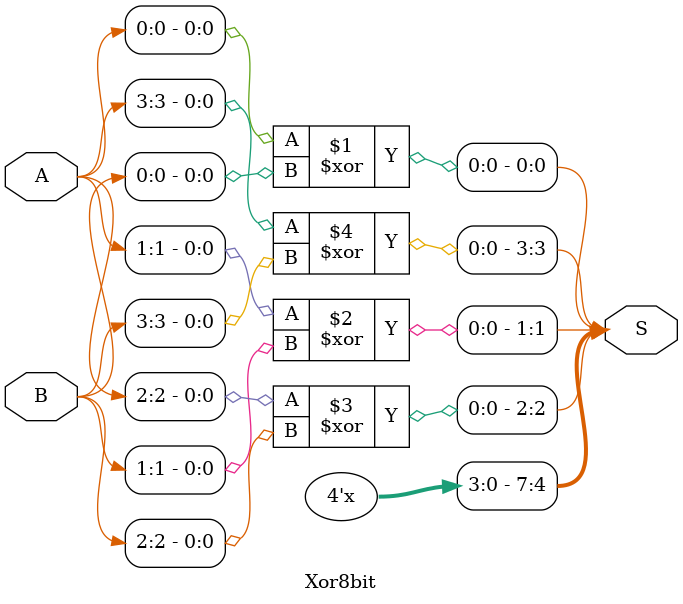
<source format=v>
module Xor8bit(A, B, S);

input [3:0] A, B;
output [7:0] S;

xor xor0(S[0], A[0], B[0]);
xor xor1(S[1], A[1], B[1]);
xor xor2(S[2], A[2], B[2]);
xor xor3(S[3], A[3], B[3]);

xor xor4(S[4], A[4], B[4]);
xor xor5(S[5], A[5], B[5]);
xor xor6(S[6], A[6], B[6]);
xor xor7(S[7], A[7], B[7]);

endmodule

</source>
